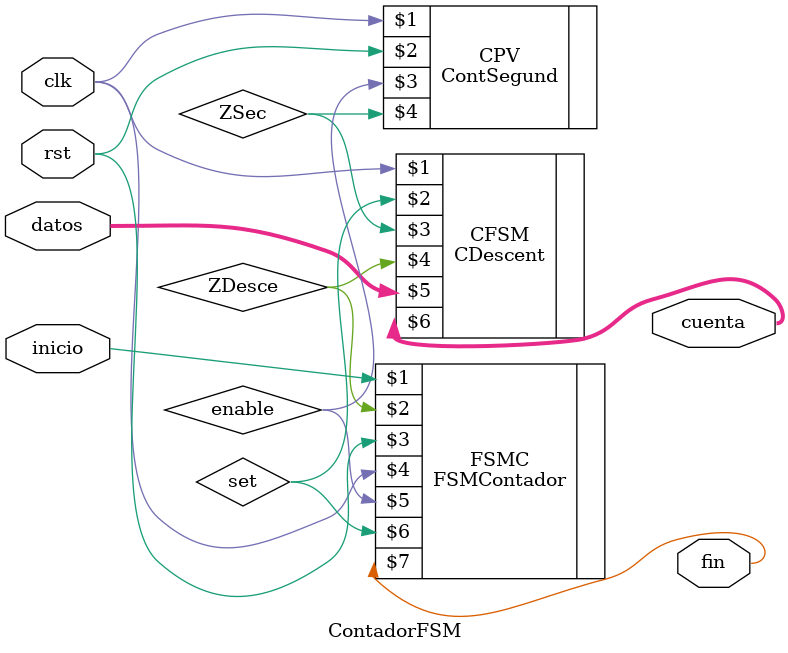
<source format=v>
`timescale 1ns / 1ps

module ContadorFSM(clk, rst, inicio, fin, datos, cuenta);
output wire [3:0] cuenta;
input clk, rst, inicio;
input [3:0] datos;
output fin;

wire ZDesce, ZSec, enable, set;

//Contador Descendiente

CDescent CFSM(clk,set,ZSec,ZDesce,datos, cuenta);

//FSM del contador
FSMContador FSMC(inicio,ZDesce,rst,clk,enable, set, fin);

//CuentaUnSegundo
ContSegund CPV(clk,rst,enable,ZSec);


endmodule

</source>
